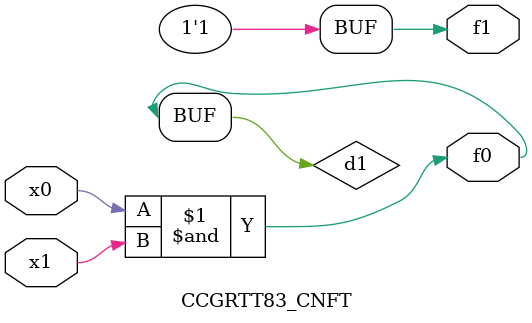
<source format=v>
module CCGRTT83_CNFT(
	input x0, x1,
	output f0, f1
);

	wire d1;

	assign f0 = d1;
	and (d1, x0, x1);
	assign f1 = 1'b1;
endmodule

</source>
